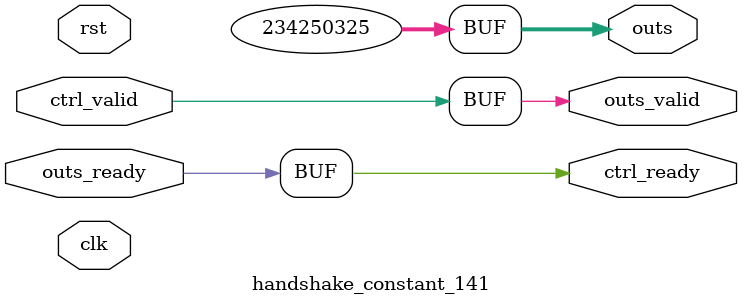
<source format=v>
`timescale 1ns / 1ps
module handshake_constant_141 #(
  parameter DATA_WIDTH = 32  // Default set to 32 bits
) (
  input                       clk,
  input                       rst,
  // Input Channel
  input                       ctrl_valid,
  output                      ctrl_ready,
  // Output Channel
  output [DATA_WIDTH - 1 : 0] outs,
  output                      outs_valid,
  input                       outs_ready
);
  assign outs       = 29'b01101111101100110000001010101;
  assign outs_valid = ctrl_valid;
  assign ctrl_ready = outs_ready;

endmodule

</source>
